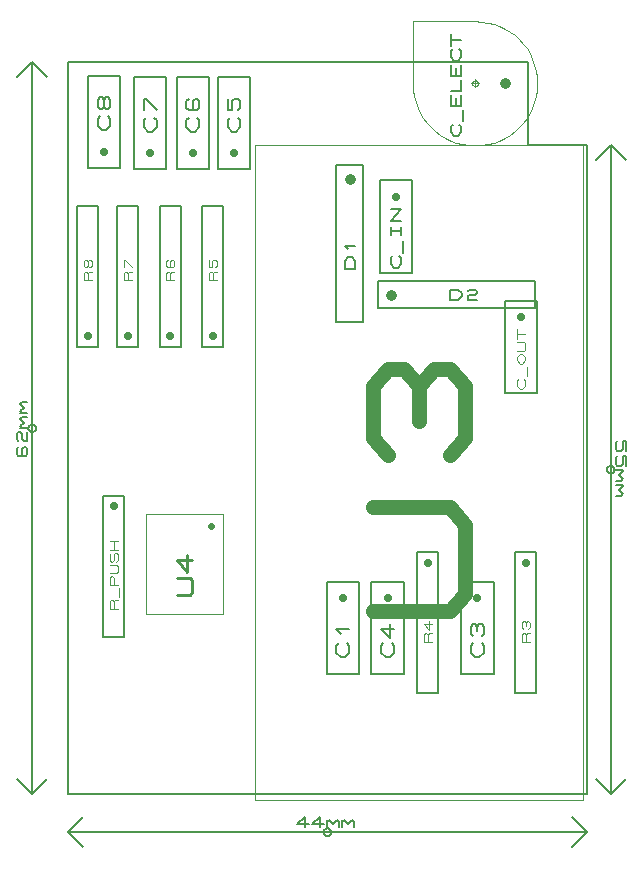
<source format=gbr>
G04 PROTEUS GERBER X2 FILE*
%TF.GenerationSoftware,Labcenter,Proteus,8.12-SP0-Build30713*%
%TF.CreationDate,2023-07-17T11:58:22+00:00*%
%TF.FileFunction,AssemblyDrawing,Top*%
%TF.FilePolarity,Positive*%
%TF.Part,Single*%
%TF.SameCoordinates,{929d0d33-b1dc-492e-9cfe-804fc5f4831e}*%
%FSLAX45Y45*%
%MOMM*%
G01*
%TA.AperFunction,Material*%
%ADD32C,0.050000*%
%ADD33C,1.303400*%
%TA.AperFunction,Profile*%
%ADD20C,0.203200*%
%TA.AperFunction,NonMaterial*%
%ADD21C,0.203200*%
%TA.AperFunction,Material*%
%ADD23C,0.203200*%
%ADD34C,0.711200*%
%ADD35C,0.110230*%
%ADD36C,0.177800*%
%ADD37C,0.914400*%
%ADD38C,0.141350*%
%ADD39C,0.145790*%
%ADD40C,0.117850*%
%ADD41C,0.147320*%
%ADD42C,0.600000*%
%ADD43C,0.217160*%
%TD.AperFunction*%
D32*
X+1585000Y+5499000D02*
X+1585000Y-51000D01*
X+4365000Y-51000D01*
X+4365000Y+5499000D01*
X+1585000Y+5499000D01*
D33*
X+2583978Y+1550936D02*
X+3235681Y+1550936D01*
X+3366021Y+1697569D01*
X+3366021Y+2284101D01*
X+3235681Y+2430734D01*
X+2583978Y+2430734D01*
X+2714319Y+2870633D02*
X+2583978Y+3017266D01*
X+2583978Y+3457165D01*
X+2714319Y+3603798D01*
X+2844659Y+3603798D01*
X+2975000Y+3457165D01*
X+3105340Y+3603798D01*
X+3235681Y+3603798D01*
X+3366021Y+3457165D01*
X+3366021Y+3017266D01*
X+3235681Y+2870633D01*
X+2975000Y+3163899D02*
X+2975000Y+3457165D01*
D20*
X+0Y+0D02*
X+0Y+6200000D01*
X+3900000Y+6200000D01*
X+3900000Y+5500000D01*
X+4400000Y+5500000D01*
X+4400000Y+0D01*
D21*
X+0Y-320000D02*
X+4400000Y-320000D01*
X+0Y-320000D02*
X+127000Y-447000D01*
X+0Y-320000D02*
X+127000Y-193000D01*
X+4400000Y-320000D02*
X+4273000Y-193000D01*
X+4400000Y-320000D02*
X+4273000Y-447000D01*
X+2231750Y-320000D02*
X+2231641Y-317366D01*
X+2230751Y-312097D01*
X+2228889Y-306828D01*
X+2225846Y-301559D01*
X+2221191Y-296357D01*
X+2215922Y-292531D01*
X+2210653Y-290091D01*
X+2205384Y-288710D01*
X+2200115Y-288250D01*
X+2200000Y-288250D01*
X+2168250Y-320000D02*
X+2168359Y-317366D01*
X+2169249Y-312097D01*
X+2171111Y-306828D01*
X+2174154Y-301559D01*
X+2178809Y-296357D01*
X+2184078Y-292531D01*
X+2189347Y-290091D01*
X+2194616Y-288710D01*
X+2199885Y-288250D01*
X+2200000Y-288250D01*
X+2168250Y-320000D02*
X+2168359Y-322634D01*
X+2169249Y-327903D01*
X+2171111Y-333172D01*
X+2174154Y-338441D01*
X+2178809Y-343643D01*
X+2184078Y-347469D01*
X+2189347Y-349909D01*
X+2194616Y-351290D01*
X+2199885Y-351750D01*
X+2200000Y-351750D01*
X+2231750Y-320000D02*
X+2231641Y-322634D01*
X+2230751Y-327903D01*
X+2228889Y-333172D01*
X+2225846Y-338441D01*
X+2221191Y-343643D01*
X+2215922Y-347469D01*
X+2210653Y-349909D01*
X+2205384Y-351290D01*
X+2200115Y-351750D01*
X+2200000Y-351750D01*
X+2041250Y-248880D02*
X+1946000Y-248880D01*
X+2009500Y-187920D01*
X+2009500Y-279360D01*
X+2168250Y-248880D02*
X+2073000Y-248880D01*
X+2136500Y-187920D01*
X+2136500Y-279360D01*
X+2200000Y-279360D02*
X+2200000Y-218400D01*
X+2200000Y-233640D02*
X+2215875Y-218400D01*
X+2247625Y-248880D01*
X+2279375Y-218400D01*
X+2295250Y-233640D01*
X+2295250Y-279360D01*
X+2327000Y-279360D02*
X+2327000Y-218400D01*
X+2327000Y-233640D02*
X+2342875Y-218400D01*
X+2374625Y-248880D01*
X+2406375Y-218400D01*
X+2422250Y-233640D01*
X+2422250Y-279360D01*
D20*
X+0Y+0D02*
X+4400000Y+0D01*
D21*
X-300000Y+0D02*
X-300000Y+6200000D01*
X-300000Y+0D02*
X-173000Y+127000D01*
X-300000Y+0D02*
X-427000Y+127000D01*
X-300000Y+6200000D02*
X-427000Y+6073000D01*
X-300000Y+6200000D02*
X-173000Y+6073000D01*
X-268250Y+3100000D02*
X-268359Y+3102634D01*
X-269249Y+3107903D01*
X-271111Y+3113172D01*
X-274154Y+3118441D01*
X-278809Y+3123643D01*
X-284078Y+3127469D01*
X-289347Y+3129909D01*
X-294616Y+3131290D01*
X-299885Y+3131750D01*
X-300000Y+3131750D01*
X-331750Y+3100000D02*
X-331641Y+3102634D01*
X-330751Y+3107903D01*
X-328889Y+3113172D01*
X-325846Y+3118441D01*
X-321191Y+3123643D01*
X-315922Y+3127469D01*
X-310653Y+3129909D01*
X-305384Y+3131290D01*
X-300115Y+3131750D01*
X-300000Y+3131750D01*
X-331750Y+3100000D02*
X-331641Y+3097366D01*
X-330751Y+3092097D01*
X-328889Y+3086828D01*
X-325846Y+3081559D01*
X-321191Y+3076357D01*
X-315922Y+3072531D01*
X-310653Y+3070091D01*
X-305384Y+3068710D01*
X-300115Y+3068250D01*
X-300000Y+3068250D01*
X-268250Y+3100000D02*
X-268359Y+3097366D01*
X-269249Y+3092097D01*
X-271111Y+3086828D01*
X-274154Y+3081559D01*
X-278809Y+3076357D01*
X-284078Y+3072531D01*
X-289347Y+3070091D01*
X-294616Y+3068710D01*
X-299885Y+3068250D01*
X-300000Y+3068250D01*
X-416840Y+2941250D02*
X-432080Y+2925375D01*
X-432080Y+2877750D01*
X-416840Y+2861875D01*
X-355880Y+2861875D01*
X-340640Y+2877750D01*
X-340640Y+2925375D01*
X-355880Y+2941250D01*
X-371120Y+2941250D01*
X-386360Y+2925375D01*
X-386360Y+2861875D01*
X-416840Y+2988875D02*
X-432080Y+3004750D01*
X-432080Y+3052375D01*
X-416840Y+3068250D01*
X-401600Y+3068250D01*
X-386360Y+3052375D01*
X-386360Y+3004750D01*
X-371120Y+2988875D01*
X-340640Y+2988875D01*
X-340640Y+3068250D01*
X-340640Y+3100000D02*
X-401600Y+3100000D01*
X-386360Y+3100000D02*
X-401600Y+3115875D01*
X-371120Y+3147625D01*
X-401600Y+3179375D01*
X-386360Y+3195250D01*
X-340640Y+3195250D01*
X-340640Y+3227000D02*
X-401600Y+3227000D01*
X-386360Y+3227000D02*
X-401600Y+3242875D01*
X-371120Y+3274625D01*
X-401600Y+3306375D01*
X-386360Y+3322250D01*
X-340640Y+3322250D01*
X+4600000Y+5500000D02*
X+4600000Y+0D01*
X+4600000Y+5500000D02*
X+4473000Y+5373000D01*
X+4600000Y+5500000D02*
X+4727000Y+5373000D01*
X+4600000Y+0D02*
X+4727000Y+127000D01*
X+4600000Y+0D02*
X+4473000Y+127000D01*
X+4631750Y+2750000D02*
X+4631641Y+2752634D01*
X+4630751Y+2757903D01*
X+4628889Y+2763172D01*
X+4625846Y+2768441D01*
X+4621191Y+2773643D01*
X+4615922Y+2777469D01*
X+4610653Y+2779909D01*
X+4605384Y+2781290D01*
X+4600115Y+2781750D01*
X+4600000Y+2781750D01*
X+4568250Y+2750000D02*
X+4568359Y+2752634D01*
X+4569249Y+2757903D01*
X+4571111Y+2763172D01*
X+4574154Y+2768441D01*
X+4578809Y+2773643D01*
X+4584078Y+2777469D01*
X+4589347Y+2779909D01*
X+4594616Y+2781290D01*
X+4599885Y+2781750D01*
X+4600000Y+2781750D01*
X+4568250Y+2750000D02*
X+4568359Y+2747366D01*
X+4569249Y+2742097D01*
X+4571111Y+2736828D01*
X+4574154Y+2731559D01*
X+4578809Y+2726357D01*
X+4584078Y+2722531D01*
X+4589347Y+2720091D01*
X+4594616Y+2718710D01*
X+4599885Y+2718250D01*
X+4600000Y+2718250D01*
X+4631750Y+2750000D02*
X+4631641Y+2747366D01*
X+4630751Y+2742097D01*
X+4628889Y+2736828D01*
X+4625846Y+2731559D01*
X+4621191Y+2726357D01*
X+4615922Y+2722531D01*
X+4610653Y+2720091D01*
X+4605384Y+2718710D01*
X+4600115Y+2718250D01*
X+4600000Y+2718250D01*
X+4732080Y+2908750D02*
X+4732080Y+2988125D01*
X+4701600Y+2988125D01*
X+4701600Y+2924625D01*
X+4686360Y+2908750D01*
X+4655880Y+2908750D01*
X+4640640Y+2924625D01*
X+4640640Y+2972250D01*
X+4655880Y+2988125D01*
X+4732080Y+2781750D02*
X+4732080Y+2861125D01*
X+4701600Y+2861125D01*
X+4701600Y+2797625D01*
X+4686360Y+2781750D01*
X+4655880Y+2781750D01*
X+4640640Y+2797625D01*
X+4640640Y+2845250D01*
X+4655880Y+2861125D01*
X+4640640Y+2750000D02*
X+4701600Y+2750000D01*
X+4686360Y+2750000D02*
X+4701600Y+2734125D01*
X+4671120Y+2702375D01*
X+4701600Y+2670625D01*
X+4686360Y+2654750D01*
X+4640640Y+2654750D01*
X+4640640Y+2623000D02*
X+4701600Y+2623000D01*
X+4686360Y+2623000D02*
X+4701600Y+2607125D01*
X+4671120Y+2575375D01*
X+4701600Y+2543625D01*
X+4686360Y+2527750D01*
X+4640640Y+2527750D01*
D23*
X+81100Y+3791100D02*
X+258900Y+3791100D01*
X+258900Y+4984900D01*
X+81100Y+4984900D01*
X+81100Y+3791100D01*
D34*
X+170000Y+3880000D02*
X+170000Y+3880000D01*
D35*
X+203071Y+4351018D02*
X+136930Y+4351018D01*
X+136930Y+4413025D01*
X+147953Y+4425427D01*
X+158977Y+4425427D01*
X+170000Y+4413025D01*
X+170000Y+4351018D01*
X+170000Y+4413025D02*
X+181024Y+4425427D01*
X+203071Y+4425427D01*
X+170000Y+4475033D02*
X+158977Y+4462631D01*
X+147953Y+4462631D01*
X+136930Y+4475033D01*
X+136930Y+4512237D01*
X+147953Y+4524639D01*
X+158977Y+4524639D01*
X+170000Y+4512237D01*
X+170000Y+4475033D01*
X+181024Y+4462631D01*
X+192048Y+4462631D01*
X+203071Y+4475033D01*
X+203071Y+4512237D01*
X+192048Y+4524639D01*
X+181024Y+4524639D01*
X+170000Y+4512237D01*
D23*
X+421100Y+3791100D02*
X+598900Y+3791100D01*
X+598900Y+4984900D01*
X+421100Y+4984900D01*
X+421100Y+3791100D01*
D34*
X+510000Y+3880000D02*
X+510000Y+3880000D01*
D35*
X+543071Y+4351018D02*
X+476930Y+4351018D01*
X+476930Y+4413025D01*
X+487953Y+4425427D01*
X+498977Y+4425427D01*
X+510000Y+4413025D01*
X+510000Y+4351018D01*
X+510000Y+4413025D02*
X+521024Y+4425427D01*
X+543071Y+4425427D01*
X+476930Y+4462631D02*
X+476930Y+4524639D01*
X+487953Y+4524639D01*
X+543071Y+4462631D01*
D23*
X+781100Y+3791100D02*
X+958900Y+3791100D01*
X+958900Y+4984900D01*
X+781100Y+4984900D01*
X+781100Y+3791100D01*
D34*
X+870000Y+3880000D02*
X+870000Y+3880000D01*
D35*
X+903071Y+4351018D02*
X+836930Y+4351018D01*
X+836930Y+4413025D01*
X+847953Y+4425427D01*
X+858977Y+4425427D01*
X+870000Y+4413025D01*
X+870000Y+4351018D01*
X+870000Y+4413025D02*
X+881024Y+4425427D01*
X+903071Y+4425427D01*
X+847953Y+4524639D02*
X+836930Y+4512237D01*
X+836930Y+4475033D01*
X+847953Y+4462631D01*
X+892048Y+4462631D01*
X+903071Y+4475033D01*
X+903071Y+4512237D01*
X+892048Y+4524639D01*
X+881024Y+4524639D01*
X+870000Y+4512237D01*
X+870000Y+4462631D01*
D23*
X+1141100Y+3791100D02*
X+1318900Y+3791100D01*
X+1318900Y+4984900D01*
X+1141100Y+4984900D01*
X+1141100Y+3791100D01*
D34*
X+1230000Y+3880000D02*
X+1230000Y+3880000D01*
D35*
X+1263071Y+4351018D02*
X+1196930Y+4351018D01*
X+1196930Y+4413025D01*
X+1207953Y+4425427D01*
X+1218977Y+4425427D01*
X+1230000Y+4413025D01*
X+1230000Y+4351018D01*
X+1230000Y+4413025D02*
X+1241024Y+4425427D01*
X+1263071Y+4425427D01*
X+1196930Y+4524639D02*
X+1196930Y+4462631D01*
X+1218977Y+4462631D01*
X+1218977Y+4512237D01*
X+1230000Y+4524639D01*
X+1252048Y+4524639D01*
X+1263071Y+4512237D01*
X+1263071Y+4475033D01*
X+1252048Y+4462631D01*
D23*
X+172840Y+5302840D02*
X+447160Y+5302840D01*
X+447160Y+6085160D01*
X+172840Y+6085160D01*
X+172840Y+5302840D01*
D34*
X+310000Y+5440000D02*
X+310000Y+5440000D01*
D36*
X+345560Y+5740355D02*
X+363340Y+5720352D01*
X+363340Y+5660345D01*
X+327780Y+5620340D01*
X+292220Y+5620340D01*
X+256660Y+5660345D01*
X+256660Y+5720352D01*
X+274440Y+5740355D01*
X+310000Y+5820365D02*
X+292220Y+5800362D01*
X+274440Y+5800362D01*
X+256660Y+5820365D01*
X+256660Y+5880372D01*
X+274440Y+5900375D01*
X+292220Y+5900375D01*
X+310000Y+5880372D01*
X+310000Y+5820365D01*
X+327780Y+5800362D01*
X+345560Y+5800362D01*
X+363340Y+5820365D01*
X+363340Y+5880372D01*
X+345560Y+5900375D01*
X+327780Y+5900375D01*
X+310000Y+5880372D01*
D23*
X+562840Y+5292840D02*
X+837160Y+5292840D01*
X+837160Y+6075160D01*
X+562840Y+6075160D01*
X+562840Y+5292840D01*
D34*
X+700000Y+5430000D02*
X+700000Y+5430000D01*
D36*
X+735560Y+5730355D02*
X+753340Y+5710352D01*
X+753340Y+5650345D01*
X+717780Y+5610340D01*
X+682220Y+5610340D01*
X+646660Y+5650345D01*
X+646660Y+5710352D01*
X+664440Y+5730355D01*
X+646660Y+5790362D02*
X+646660Y+5890375D01*
X+664440Y+5890375D01*
X+753340Y+5790362D01*
D23*
X+922840Y+5292840D02*
X+1197160Y+5292840D01*
X+1197160Y+6075160D01*
X+922840Y+6075160D01*
X+922840Y+5292840D01*
D34*
X+1060000Y+5430000D02*
X+1060000Y+5430000D01*
D36*
X+1095560Y+5730355D02*
X+1113340Y+5710352D01*
X+1113340Y+5650345D01*
X+1077780Y+5610340D01*
X+1042220Y+5610340D01*
X+1006660Y+5650345D01*
X+1006660Y+5710352D01*
X+1024440Y+5730355D01*
X+1024440Y+5890375D02*
X+1006660Y+5870372D01*
X+1006660Y+5810365D01*
X+1024440Y+5790362D01*
X+1095560Y+5790362D01*
X+1113340Y+5810365D01*
X+1113340Y+5870372D01*
X+1095560Y+5890375D01*
X+1077780Y+5890375D01*
X+1060000Y+5870372D01*
X+1060000Y+5790362D01*
D23*
X+1272840Y+5292840D02*
X+1547160Y+5292840D01*
X+1547160Y+6075160D01*
X+1272840Y+6075160D01*
X+1272840Y+5292840D01*
D34*
X+1410000Y+5430000D02*
X+1410000Y+5430000D01*
D36*
X+1445560Y+5730355D02*
X+1463340Y+5710352D01*
X+1463340Y+5650345D01*
X+1427780Y+5610340D01*
X+1392220Y+5610340D01*
X+1356660Y+5650345D01*
X+1356660Y+5710352D01*
X+1374440Y+5730355D01*
X+1356660Y+5890375D02*
X+1356660Y+5790362D01*
X+1392220Y+5790362D01*
X+1392220Y+5870372D01*
X+1410000Y+5890375D01*
X+1445560Y+5890375D01*
X+1463340Y+5870372D01*
X+1463340Y+5810365D01*
X+1445560Y+5790362D01*
D23*
X+2192840Y+1014840D02*
X+2467160Y+1014840D01*
X+2467160Y+1797160D01*
X+2192840Y+1797160D01*
X+2192840Y+1014840D01*
D34*
X+2330000Y+1660000D02*
X+2330000Y+1660000D01*
D36*
X+2365560Y+1279635D02*
X+2383340Y+1259632D01*
X+2383340Y+1199625D01*
X+2347780Y+1159620D01*
X+2312220Y+1159620D01*
X+2276660Y+1199625D01*
X+2276660Y+1259632D01*
X+2294440Y+1279635D01*
X+2312220Y+1359645D02*
X+2276660Y+1399650D01*
X+2383340Y+1399650D01*
D23*
X+3791100Y+855100D02*
X+3968900Y+855100D01*
X+3968900Y+2048900D01*
X+3791100Y+2048900D01*
X+3791100Y+855100D01*
D34*
X+3880000Y+1960000D02*
X+3880000Y+1960000D01*
D35*
X+3913071Y+1290558D02*
X+3846930Y+1290558D01*
X+3846930Y+1352565D01*
X+3857953Y+1364967D01*
X+3868977Y+1364967D01*
X+3880000Y+1352565D01*
X+3880000Y+1290558D01*
X+3880000Y+1352565D02*
X+3891024Y+1364967D01*
X+3913071Y+1364967D01*
X+3857953Y+1402171D02*
X+3846930Y+1414573D01*
X+3846930Y+1451777D01*
X+3857953Y+1464179D01*
X+3868977Y+1464179D01*
X+3880000Y+1451777D01*
X+3891024Y+1464179D01*
X+3902048Y+1464179D01*
X+3913071Y+1451777D01*
X+3913071Y+1414573D01*
X+3902048Y+1402171D01*
X+3880000Y+1426974D02*
X+3880000Y+1451777D01*
D23*
X+3332840Y+1014840D02*
X+3607160Y+1014840D01*
X+3607160Y+1797160D01*
X+3332840Y+1797160D01*
X+3332840Y+1014840D01*
D34*
X+3470000Y+1660000D02*
X+3470000Y+1660000D01*
D36*
X+3505560Y+1279635D02*
X+3523340Y+1259632D01*
X+3523340Y+1199625D01*
X+3487780Y+1159620D01*
X+3452220Y+1159620D01*
X+3416660Y+1199625D01*
X+3416660Y+1259632D01*
X+3434440Y+1279635D01*
X+3434440Y+1339642D02*
X+3416660Y+1359645D01*
X+3416660Y+1419652D01*
X+3434440Y+1439655D01*
X+3452220Y+1439655D01*
X+3470000Y+1419652D01*
X+3487780Y+1439655D01*
X+3505560Y+1439655D01*
X+3523340Y+1419652D01*
X+3523340Y+1359645D01*
X+3505560Y+1339642D01*
X+3470000Y+1379647D02*
X+3470000Y+1419652D01*
D23*
X+2961100Y+855100D02*
X+3138900Y+855100D01*
X+3138900Y+2048900D01*
X+2961100Y+2048900D01*
X+2961100Y+855100D01*
D34*
X+3050000Y+1960000D02*
X+3050000Y+1960000D01*
D35*
X+3083071Y+1290558D02*
X+3016930Y+1290558D01*
X+3016930Y+1352565D01*
X+3027953Y+1364967D01*
X+3038977Y+1364967D01*
X+3050000Y+1352565D01*
X+3050000Y+1290558D01*
X+3050000Y+1352565D02*
X+3061024Y+1364967D01*
X+3083071Y+1364967D01*
X+3061024Y+1464179D02*
X+3061024Y+1389770D01*
X+3016930Y+1439376D01*
X+3083071Y+1439376D01*
D23*
X+2572840Y+1014840D02*
X+2847160Y+1014840D01*
X+2847160Y+1797160D01*
X+2572840Y+1797160D01*
X+2572840Y+1014840D01*
D34*
X+2710000Y+1660000D02*
X+2710000Y+1660000D01*
D36*
X+2745560Y+1279635D02*
X+2763340Y+1259632D01*
X+2763340Y+1199625D01*
X+2727780Y+1159620D01*
X+2692220Y+1159620D01*
X+2656660Y+1199625D01*
X+2656660Y+1259632D01*
X+2674440Y+1279635D01*
X+2727780Y+1439655D02*
X+2727780Y+1319640D01*
X+2656660Y+1399650D01*
X+2763340Y+1399650D01*
D32*
X+3475000Y+6020000D02*
X+3474914Y+6022076D01*
X+3474212Y+6026229D01*
X+3472742Y+6030382D01*
X+3470340Y+6034535D01*
X+3466667Y+6038634D01*
X+3462514Y+6041643D01*
X+3458361Y+6043560D01*
X+3454208Y+6044643D01*
X+3450055Y+6045000D01*
X+3450000Y+6045000D01*
X+3425000Y+6020000D02*
X+3425086Y+6022076D01*
X+3425788Y+6026229D01*
X+3427258Y+6030382D01*
X+3429660Y+6034535D01*
X+3433333Y+6038634D01*
X+3437486Y+6041643D01*
X+3441639Y+6043560D01*
X+3445792Y+6044643D01*
X+3449945Y+6045000D01*
X+3450000Y+6045000D01*
X+3425000Y+6020000D02*
X+3425086Y+6017924D01*
X+3425788Y+6013771D01*
X+3427258Y+6009618D01*
X+3429660Y+6005465D01*
X+3433333Y+6001366D01*
X+3437486Y+5998357D01*
X+3441639Y+5996440D01*
X+3445792Y+5995357D01*
X+3449945Y+5995000D01*
X+3450000Y+5995000D01*
X+3475000Y+6020000D02*
X+3474914Y+6017924D01*
X+3474212Y+6013771D01*
X+3472742Y+6009618D01*
X+3470340Y+6005465D01*
X+3466667Y+6001366D01*
X+3462514Y+5998357D01*
X+3458361Y+5996440D01*
X+3454208Y+5995357D01*
X+3450055Y+5995000D01*
X+3450000Y+5995000D01*
X+3485000Y+6020000D02*
X+3415000Y+6020000D01*
X+3450000Y+6055000D02*
X+3450000Y+5985000D01*
X+2925000Y+6545000D02*
X+2925000Y+6020000D01*
X+2927652Y+5965438D01*
X+2935446Y+5912655D01*
X+2948143Y+5861890D01*
X+2965503Y+5813384D01*
X+2987285Y+5767378D01*
X+3013248Y+5724111D01*
X+3043152Y+5683824D01*
X+3076758Y+5646758D01*
X+3113824Y+5613152D01*
X+3154111Y+5583248D01*
X+3197378Y+5557285D01*
X+3243384Y+5535503D01*
X+3291890Y+5518143D01*
X+3342655Y+5505446D01*
X+3395438Y+5497652D01*
X+3450000Y+5495000D01*
X+3504562Y+5497652D01*
X+3557345Y+5505446D01*
X+3608110Y+5518143D01*
X+3656616Y+5535503D01*
X+3702622Y+5557285D01*
X+3745889Y+5583248D01*
X+3786176Y+5613152D01*
X+3823242Y+5646758D01*
X+3856848Y+5683824D01*
X+3886752Y+5724111D01*
X+3912715Y+5767378D01*
X+3934497Y+5813384D01*
X+3951857Y+5861890D01*
X+3964554Y+5912655D01*
X+3972348Y+5965438D01*
X+3975000Y+6020000D01*
X+3972348Y+6074562D01*
X+3964554Y+6127345D01*
X+3951857Y+6178110D01*
X+3934497Y+6226616D01*
X+3912715Y+6272622D01*
X+3886752Y+6315889D01*
X+3856848Y+6356176D01*
X+3823242Y+6393242D01*
X+3786176Y+6426848D01*
X+3745889Y+6456752D01*
X+3702622Y+6482715D01*
X+3656616Y+6504497D01*
X+3608110Y+6521857D01*
X+3557345Y+6534554D01*
X+3504562Y+6542348D01*
X+3450000Y+6545000D01*
X+2925000Y+6545000D01*
D37*
X+3700000Y+6020000D02*
X+3700000Y+6020000D01*
D38*
X+3316661Y+5670156D02*
X+3330796Y+5654254D01*
X+3330796Y+5606548D01*
X+3302526Y+5574744D01*
X+3274255Y+5574744D01*
X+3245985Y+5606548D01*
X+3245985Y+5654254D01*
X+3260120Y+5670156D01*
X+3344931Y+5701960D02*
X+3344931Y+5797372D01*
X+3330796Y+5924588D02*
X+3330796Y+5829176D01*
X+3245985Y+5829176D01*
X+3245985Y+5924588D01*
X+3288390Y+5829176D02*
X+3288390Y+5892784D01*
X+3245985Y+5956392D02*
X+3330796Y+5956392D01*
X+3330796Y+6051804D01*
X+3330796Y+6179020D02*
X+3330796Y+6083608D01*
X+3245985Y+6083608D01*
X+3245985Y+6179020D01*
X+3288390Y+6083608D02*
X+3288390Y+6147216D01*
X+3316661Y+6306236D02*
X+3330796Y+6290334D01*
X+3330796Y+6242628D01*
X+3302526Y+6210824D01*
X+3274255Y+6210824D01*
X+3245985Y+6242628D01*
X+3245985Y+6290334D01*
X+3260120Y+6306236D01*
X+3245985Y+6338040D02*
X+3245985Y+6433452D01*
X+3245985Y+6385746D02*
X+3330796Y+6385746D01*
D23*
X+2275700Y+3995700D02*
X+2504300Y+3995700D01*
X+2504300Y+5324300D01*
X+2275700Y+5324300D01*
X+2275700Y+3995700D01*
D37*
X+2390000Y+5210000D02*
X+2390000Y+5210000D01*
D39*
X+2433739Y+4448774D02*
X+2346262Y+4448774D01*
X+2346262Y+4514382D01*
X+2375421Y+4547186D01*
X+2404580Y+4547186D01*
X+2433739Y+4514382D01*
X+2433739Y+4448774D01*
X+2375421Y+4612794D02*
X+2346262Y+4645598D01*
X+2433739Y+4645598D01*
D23*
X+2625700Y+4115700D02*
X+3954300Y+4115700D01*
X+3954300Y+4344300D01*
X+2625700Y+4344300D01*
X+2625700Y+4115700D01*
D37*
X+2740000Y+4230000D02*
X+2740000Y+4230000D01*
D39*
X+3238794Y+4186261D02*
X+3238794Y+4273738D01*
X+3304402Y+4273738D01*
X+3337206Y+4244579D01*
X+3337206Y+4215420D01*
X+3304402Y+4186261D01*
X+3238794Y+4186261D01*
X+3386412Y+4259159D02*
X+3402814Y+4273738D01*
X+3452020Y+4273738D01*
X+3468422Y+4259159D01*
X+3468422Y+4244579D01*
X+3452020Y+4230000D01*
X+3402814Y+4230000D01*
X+3386412Y+4215420D01*
X+3386412Y+4186261D01*
X+3468422Y+4186261D01*
D23*
X+3702840Y+3394840D02*
X+3977160Y+3394840D01*
X+3977160Y+4177160D01*
X+3702840Y+4177160D01*
X+3702840Y+3394840D01*
D34*
X+3840000Y+4040000D02*
X+3840000Y+4040000D01*
D40*
X+3863572Y+3514017D02*
X+3875357Y+3500758D01*
X+3875357Y+3460982D01*
X+3851786Y+3434465D01*
X+3828215Y+3434465D01*
X+3804644Y+3460982D01*
X+3804644Y+3500758D01*
X+3816429Y+3514017D01*
X+3887143Y+3540535D02*
X+3887143Y+3620087D01*
X+3828215Y+3646605D02*
X+3804644Y+3673122D01*
X+3804644Y+3699640D01*
X+3828215Y+3726157D01*
X+3851786Y+3726157D01*
X+3875357Y+3699640D01*
X+3875357Y+3673122D01*
X+3851786Y+3646605D01*
X+3828215Y+3646605D01*
X+3804644Y+3752675D02*
X+3863572Y+3752675D01*
X+3875357Y+3765933D01*
X+3875357Y+3818968D01*
X+3863572Y+3832227D01*
X+3804644Y+3832227D01*
X+3804644Y+3858745D02*
X+3804644Y+3938297D01*
X+3804644Y+3898521D02*
X+3875357Y+3898521D01*
D23*
X+2642840Y+4414840D02*
X+2917160Y+4414840D01*
X+2917160Y+5197160D01*
X+2642840Y+5197160D01*
X+2642840Y+4414840D01*
D34*
X+2780000Y+5060000D02*
X+2780000Y+5060000D01*
D41*
X+2809464Y+4553905D02*
X+2824196Y+4537331D01*
X+2824196Y+4487611D01*
X+2794732Y+4454464D01*
X+2765268Y+4454464D01*
X+2735804Y+4487611D01*
X+2735804Y+4537331D01*
X+2750536Y+4553905D01*
X+2838928Y+4587052D02*
X+2838928Y+4686493D01*
X+2735804Y+4736213D02*
X+2735804Y+4802507D01*
X+2735804Y+4769360D02*
X+2824196Y+4769360D01*
X+2824196Y+4736213D02*
X+2824196Y+4802507D01*
X+2824196Y+4852228D02*
X+2735804Y+4852228D01*
X+2824196Y+4951669D01*
X+2735804Y+4951669D01*
D32*
X+1315000Y+2375000D02*
X+665000Y+2375000D01*
X+665000Y+1525000D01*
X+1315000Y+1525000D01*
X+1315000Y+2375000D01*
D42*
X+1215000Y+2275000D02*
X+1215000Y+2275000D01*
D43*
X+924849Y+1688298D02*
X+1033434Y+1688298D01*
X+1055151Y+1712729D01*
X+1055151Y+1810455D01*
X+1033434Y+1834887D01*
X+924849Y+1834887D01*
X+1011717Y+2030339D02*
X+1011717Y+1883750D01*
X+924849Y+1981476D01*
X+1055151Y+1981476D01*
D23*
X+301100Y+1335100D02*
X+478900Y+1335100D01*
X+478900Y+2528900D01*
X+301100Y+2528900D01*
X+301100Y+1335100D01*
D34*
X+390000Y+2440000D02*
X+390000Y+2440000D01*
D35*
X+423071Y+1572134D02*
X+356930Y+1572134D01*
X+356930Y+1634141D01*
X+367953Y+1646543D01*
X+378977Y+1646543D01*
X+390000Y+1634141D01*
X+390000Y+1572134D01*
X+390000Y+1634141D02*
X+401024Y+1646543D01*
X+423071Y+1646543D01*
X+434095Y+1671346D02*
X+434095Y+1745755D01*
X+423071Y+1770558D02*
X+356930Y+1770558D01*
X+356930Y+1832565D01*
X+367953Y+1844967D01*
X+378977Y+1844967D01*
X+390000Y+1832565D01*
X+390000Y+1770558D01*
X+356930Y+1869770D02*
X+412048Y+1869770D01*
X+423071Y+1882171D01*
X+423071Y+1931777D01*
X+412048Y+1944179D01*
X+356930Y+1944179D01*
X+412048Y+1968982D02*
X+423071Y+1981383D01*
X+423071Y+2030989D01*
X+412048Y+2043391D01*
X+401024Y+2043391D01*
X+390000Y+2030989D01*
X+390000Y+1981383D01*
X+378977Y+1968982D01*
X+367953Y+1968982D01*
X+356930Y+1981383D01*
X+356930Y+2030989D01*
X+367953Y+2043391D01*
X+423071Y+2068194D02*
X+356930Y+2068194D01*
X+356930Y+2142603D02*
X+423071Y+2142603D01*
X+390000Y+2068194D02*
X+390000Y+2142603D01*
M02*

</source>
